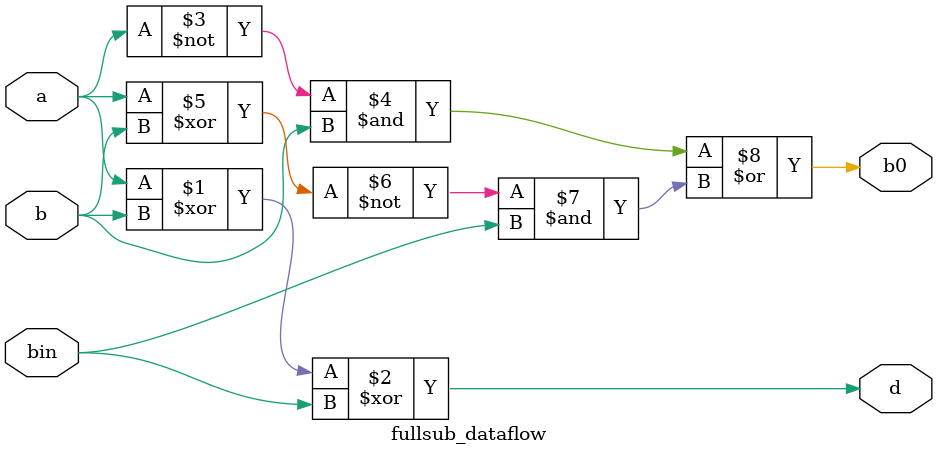
<source format=v>
module fullsub_dataflow(output d,b0, input a,b,bin);
wire abar,t1,t1bar,t2,t3;
 assign d=a^b^bin;
  assign b0=(~a) & b|~(a^b)&bin;
endmodule
  
  

</source>
